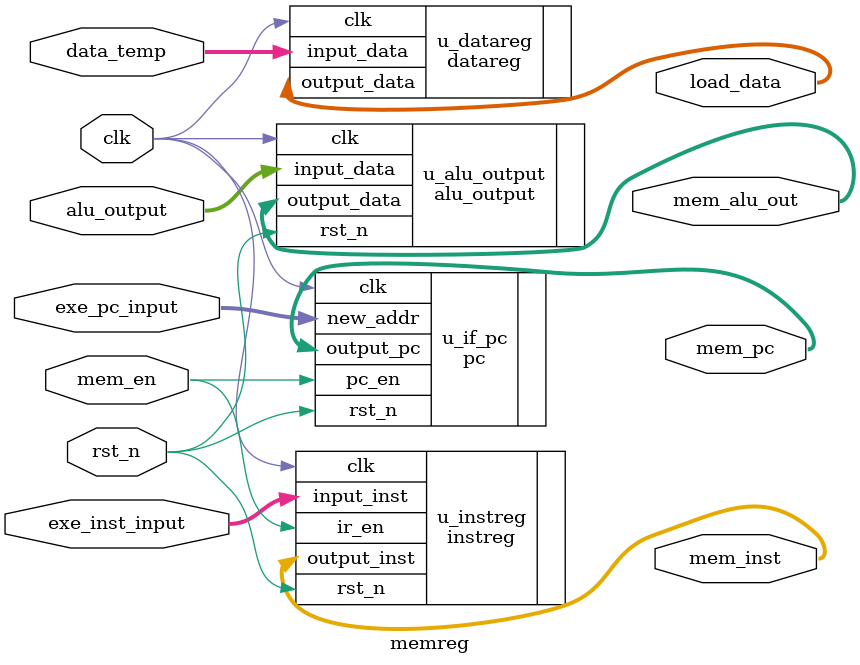
<source format=v>
module memreg(
    input   [31: 0] data_temp,
    input           clk, rst_n, mem_en,
    input   [31: 0] exe_inst_input, exe_pc_input, alu_output,
    
    output  [31: 0] load_data,
    output  [31: 0] mem_inst, mem_pc, mem_alu_out
);
    
    datareg u_datareg(
        .input_data(data_temp),
        .clk(clk),
        .output_data(load_data)
    );
    
    instreg u_instreg(              //keep inst
        .input_inst(exe_inst_input),
        .ir_en(mem_en),
        .clk(clk),
        .rst_n(rst_n),
        
        .output_inst(mem_inst)
    );
    
    pc u_if_pc(                 //keep pc
        .new_addr(exe_pc_input),
        .clk(clk),
        .rst_n(rst_n),
        .pc_en(mem_en),
        .output_pc(mem_pc)
    );
    
    alu_output u_alu_output(        //keep alu_out
        .input_data(alu_output),
        .clk(clk),
        .rst_n(rst_n),
        .output_data(mem_alu_out)
    );
    
endmodule

</source>
